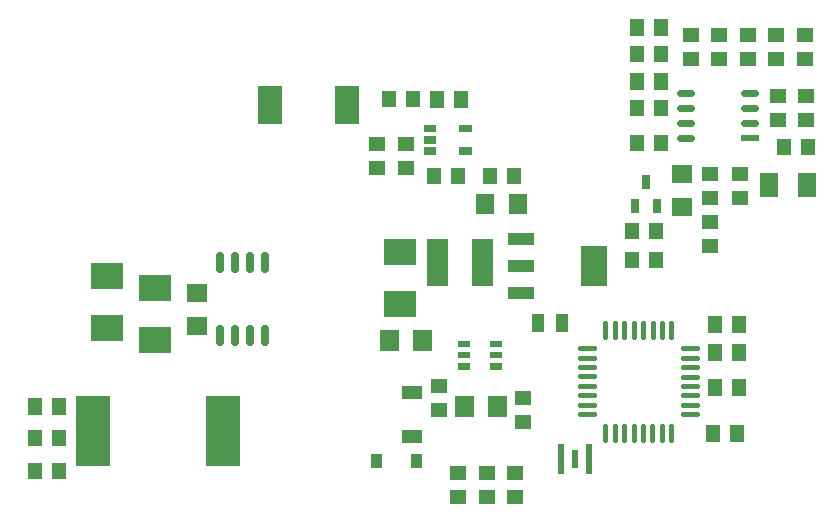
<source format=gtp>
G04 Layer: TopPasteMaskLayer*
G04 EasyEDA v6.4.25, 2021-09-30T02:14:20--7:00*
G04 e4d4b5d2720f487c87a9f93e3858acc5,1c607ed5ed934db7a0414c4b005609ca,10*
G04 Gerber Generator version 0.2*
G04 Scale: 100 percent, Rotated: No, Reflected: No *
G04 Dimensions in inches *
G04 leading zeros omitted , absolute positions ,3 integer and 6 decimal *
%FSLAX36Y36*%
%MOIN*%

%ADD18C,0.0240*%
%ADD34C,0.0177*%
%ADD35C,0.0276*%
%ADD38R,0.0457X0.0571*%
%ADD39R,0.1080X0.0850*%
%ADD40R,0.1181X0.2362*%
%ADD41R,0.0276X0.0492*%
%ADD43R,0.0630X0.0709*%
%ADD45R,0.0571X0.0457*%
%ADD46R,0.0630X0.0787*%
%ADD47R,0.0850X0.0430*%
%ADD48R,0.0850X0.1380*%
%ADD54R,0.0709X0.0630*%
%ADD55R,0.0197X0.0984*%
%ADD56R,0.0197X0.0630*%
%ADD57R,0.0610X0.0240*%

%LPD*%
D34*
X2035000Y-1088877D02*
G01*
X2035000Y-1136122D01*
X2066499Y-1088877D02*
G01*
X2066499Y-1136122D01*
X2098000Y-1088877D02*
G01*
X2098000Y-1136122D01*
X2129499Y-1088877D02*
G01*
X2129499Y-1136122D01*
X2160900Y-1088877D02*
G01*
X2160900Y-1136122D01*
X2192399Y-1088877D02*
G01*
X2192399Y-1136122D01*
X2223900Y-1088877D02*
G01*
X2223900Y-1136122D01*
X2255399Y-1088877D02*
G01*
X2255399Y-1136122D01*
X2293378Y-1174499D02*
G01*
X2340622Y-1174499D01*
X2293378Y-1205999D02*
G01*
X2340622Y-1205999D01*
X2293378Y-1237500D02*
G01*
X2340622Y-1237500D01*
X2293378Y-1269000D02*
G01*
X2340622Y-1269000D01*
X2293378Y-1300399D02*
G01*
X2340622Y-1300399D01*
X2293378Y-1331900D02*
G01*
X2340622Y-1331900D01*
X2293378Y-1363400D02*
G01*
X2340622Y-1363400D01*
X2293378Y-1394899D02*
G01*
X2340622Y-1394899D01*
X2255000Y-1433877D02*
G01*
X2255000Y-1481122D01*
X2223500Y-1433877D02*
G01*
X2223500Y-1481122D01*
X2191999Y-1433877D02*
G01*
X2191999Y-1481122D01*
X2160500Y-1433877D02*
G01*
X2160500Y-1481122D01*
X2129099Y-1433877D02*
G01*
X2129099Y-1481122D01*
X2097600Y-1433877D02*
G01*
X2097600Y-1481122D01*
X2066099Y-1433877D02*
G01*
X2066099Y-1481122D01*
X2034600Y-1433877D02*
G01*
X2034600Y-1481122D01*
X1949377Y-1394499D02*
G01*
X1996621Y-1394499D01*
X1949377Y-1363000D02*
G01*
X1996621Y-1363000D01*
X1949377Y-1331500D02*
G01*
X1996621Y-1331500D01*
X1949377Y-1300000D02*
G01*
X1996621Y-1300000D01*
X1949377Y-1268600D02*
G01*
X1996621Y-1268600D01*
X1949377Y-1237100D02*
G01*
X1996621Y-1237100D01*
X1949377Y-1205599D02*
G01*
X1996621Y-1205599D01*
X1949377Y-1174099D02*
G01*
X1996621Y-1174099D01*
D35*
X900000Y-909654D02*
G01*
X900000Y-866347D01*
X850000Y-909654D02*
G01*
X850000Y-866347D01*
X800000Y-909654D02*
G01*
X800000Y-866347D01*
X750000Y-909654D02*
G01*
X750000Y-866347D01*
X900000Y-1153654D02*
G01*
X900000Y-1110345D01*
X850000Y-1153654D02*
G01*
X850000Y-1110345D01*
X800000Y-1153654D02*
G01*
X800000Y-1110345D01*
X750000Y-1153654D02*
G01*
X750000Y-1110345D01*
D18*
X2322200Y-325000D02*
G01*
X2285200Y-325000D01*
X2322200Y-375000D02*
G01*
X2285200Y-375000D01*
X2322200Y-425000D02*
G01*
X2285200Y-425000D01*
X2322200Y-475000D02*
G01*
X2285200Y-475000D01*
X2534799Y-325000D02*
G01*
X2497799Y-325000D01*
X2534799Y-375000D02*
G01*
X2497799Y-375000D01*
X2534799Y-425000D02*
G01*
X2497799Y-425000D01*
D38*
G01*
X215010Y-1585010D03*
G01*
X135010Y-1585010D03*
D39*
G01*
X375000Y-933000D03*
G01*
X375000Y-1106999D03*
D40*
G01*
X761540Y-1450000D03*
G01*
X328460Y-1450000D03*
D38*
G01*
X2220000Y-490000D03*
G01*
X2140000Y-490000D03*
D41*
G01*
X2132600Y-699369D03*
G01*
X2207399Y-699369D03*
G01*
X2170000Y-620630D03*
G36*
X1387929Y-1527361D02*
G01*
X1425330Y-1527361D01*
X1425330Y-1572638D01*
X1387929Y-1572638D01*
G37*
G36*
X1254668Y-1527361D02*
G01*
X1292071Y-1527361D01*
X1292071Y-1572638D01*
X1254668Y-1572638D01*
G37*
G36*
X1283499Y-1114549D02*
G01*
X1346500Y-1114549D01*
X1346500Y-1185450D01*
X1283499Y-1185450D01*
G37*
G36*
X1393500Y-1114549D02*
G01*
X1456499Y-1114549D01*
X1456499Y-1185450D01*
X1393500Y-1185450D01*
G37*
G36*
X1423500Y-1445999D02*
G01*
X1423500Y-1490000D01*
X1356500Y-1490000D01*
X1356500Y-1445999D01*
G37*
G36*
X1423500Y-1300000D02*
G01*
X1423500Y-1344000D01*
X1356500Y-1344000D01*
X1356500Y-1300000D01*
G37*
D45*
G01*
X2605010Y-210010D03*
G01*
X2605010Y-130010D03*
D38*
G01*
X1730000Y-600000D03*
G01*
X1650000Y-600000D03*
D46*
G01*
X2707990Y-630000D03*
G01*
X2582010Y-630000D03*
D45*
G01*
X2705000Y-415000D03*
G01*
X2705000Y-335000D03*
G01*
X2610000Y-335000D03*
G01*
X2610000Y-415000D03*
G01*
X2385000Y-675000D03*
G01*
X2385000Y-595000D03*
G01*
X2385000Y-755000D03*
G01*
X2385000Y-835000D03*
G01*
X1735000Y-1590000D03*
G01*
X1735000Y-1670000D03*
G01*
X1545000Y-1590000D03*
G01*
X1545000Y-1670000D03*
G01*
X1640000Y-1590000D03*
G01*
X1640000Y-1670000D03*
G01*
X2700000Y-210000D03*
G01*
X2700000Y-130000D03*
G36*
X2117165Y-76457D02*
G01*
X2162834Y-76457D01*
X2162834Y-133542D01*
X2117165Y-133542D01*
G37*
G36*
X2197165Y-76457D02*
G01*
X2242834Y-76457D01*
X2242834Y-133542D01*
X2197165Y-133542D01*
G37*
D38*
G01*
X2220000Y-195000D03*
G01*
X2140000Y-195000D03*
G01*
X2220000Y-375000D03*
G01*
X2140000Y-375000D03*
D45*
G01*
X2510000Y-210000D03*
G01*
X2510000Y-130000D03*
D38*
G01*
X1395010Y-345010D03*
G01*
X1315010Y-345010D03*
G36*
X1452174Y-316466D02*
G01*
X1497844Y-316466D01*
X1497844Y-373553D01*
X1452174Y-373553D01*
G37*
G36*
X1532174Y-316466D02*
G01*
X1577844Y-316466D01*
X1577844Y-373553D01*
X1532174Y-373553D01*
G37*
G36*
X2117165Y-256457D02*
G01*
X2162834Y-256457D01*
X2162834Y-313542D01*
X2117165Y-313542D01*
G37*
G36*
X2197165Y-256457D02*
G01*
X2242834Y-256457D01*
X2242834Y-313542D01*
X2197165Y-313542D01*
G37*
D45*
G01*
X1480010Y-1300010D03*
G01*
X1480010Y-1380010D03*
D38*
G01*
X215010Y-1475010D03*
G01*
X135010Y-1475010D03*
D45*
G01*
X2415000Y-130000D03*
G01*
X2415000Y-210000D03*
G36*
X112175Y-1341466D02*
G01*
X157845Y-1341466D01*
X157845Y-1398553D01*
X112175Y-1398553D01*
G37*
G36*
X192175Y-1341466D02*
G01*
X237845Y-1341466D01*
X237845Y-1398553D01*
X192175Y-1398553D01*
G37*
D47*
G01*
X1753000Y-809499D03*
G01*
X1753000Y-900500D03*
G01*
X1753000Y-990500D03*
D48*
G01*
X1996999Y-900500D03*
G36*
X1133649Y-301999D02*
G01*
X1212350Y-301999D01*
X1212350Y-428000D01*
X1133649Y-428000D01*
G37*
G36*
X877649Y-301999D02*
G01*
X956350Y-301999D01*
X956350Y-428000D01*
X877649Y-428000D01*
G37*
G36*
X2377165Y-1066457D02*
G01*
X2422834Y-1066457D01*
X2422834Y-1123542D01*
X2377165Y-1123542D01*
G37*
G36*
X2457165Y-1066457D02*
G01*
X2502834Y-1066457D01*
X2502834Y-1123542D01*
X2457165Y-1123542D01*
G37*
D45*
G01*
X1275000Y-495000D03*
G01*
X1275000Y-575000D03*
G01*
X1370000Y-495000D03*
G01*
X1370000Y-575000D03*
G36*
X2377165Y-1161457D02*
G01*
X2422834Y-1161457D01*
X2422834Y-1218542D01*
X2377165Y-1218542D01*
G37*
G36*
X2457165Y-1161457D02*
G01*
X2502834Y-1161457D01*
X2502834Y-1218542D01*
X2457165Y-1218542D01*
G37*
G36*
X2372165Y-1431457D02*
G01*
X2417834Y-1431457D01*
X2417834Y-1488542D01*
X2372165Y-1488542D01*
G37*
G36*
X2452165Y-1431457D02*
G01*
X2497834Y-1431457D01*
X2497834Y-1488542D01*
X2452165Y-1488542D01*
G37*
G36*
X2377165Y-1276457D02*
G01*
X2422834Y-1276457D01*
X2422834Y-1333542D01*
X2377165Y-1333542D01*
G37*
G36*
X2457165Y-1276457D02*
G01*
X2502834Y-1276457D01*
X2502834Y-1333542D01*
X2457165Y-1333542D01*
G37*
G36*
X1790945Y-1059488D02*
G01*
X1830315Y-1059488D01*
X1830315Y-1120511D01*
X1790945Y-1120511D01*
G37*
G36*
X1869684Y-1059488D02*
G01*
X1909054Y-1059488D01*
X1909054Y-1120511D01*
X1869684Y-1120511D01*
G37*
D43*
G01*
X1745000Y-695000D03*
G01*
X1635000Y-695000D03*
D38*
G01*
X2710000Y-505000D03*
G01*
X2630000Y-505000D03*
G01*
X2205000Y-880000D03*
G01*
X2125000Y-880000D03*
G36*
X1544014Y-1149372D02*
G01*
X1583384Y-1149372D01*
X1583384Y-1171027D01*
X1544014Y-1171027D01*
G37*
G36*
X1543999Y-1186799D02*
G01*
X1583400Y-1186799D01*
X1583400Y-1208400D01*
X1543999Y-1208400D01*
G37*
G36*
X1543999Y-1224200D02*
G01*
X1583400Y-1224200D01*
X1583400Y-1245799D01*
X1543999Y-1245799D01*
G37*
G36*
X1650299Y-1224200D02*
G01*
X1689700Y-1224200D01*
X1689700Y-1245799D01*
X1650299Y-1245799D01*
G37*
G36*
X1650299Y-1149400D02*
G01*
X1689700Y-1149400D01*
X1689700Y-1170999D01*
X1650299Y-1170999D01*
G37*
G36*
X1650299Y-1186799D02*
G01*
X1689700Y-1186799D01*
X1689700Y-1208400D01*
X1650299Y-1208400D01*
G37*
D39*
G01*
X1350000Y-853000D03*
G01*
X1350000Y-1026999D03*
G36*
X1533504Y-1334549D02*
G01*
X1596495Y-1334549D01*
X1596495Y-1405450D01*
X1533504Y-1405450D01*
G37*
G36*
X1643500Y-1334549D02*
G01*
X1706499Y-1334549D01*
X1706499Y-1405450D01*
X1643500Y-1405450D01*
G37*
G36*
X1440200Y-811260D02*
G01*
X1510200Y-811260D01*
X1510200Y-968739D01*
X1440200Y-968739D01*
G37*
G36*
X1589799Y-811260D02*
G01*
X1659799Y-811260D01*
X1659799Y-968739D01*
X1589799Y-968739D01*
G37*
D54*
G01*
X675000Y-1100000D03*
G01*
X675000Y-990000D03*
D39*
G01*
X535000Y-973000D03*
G01*
X535000Y-1146999D03*
D55*
G01*
X1982200Y-1545000D03*
D56*
G01*
X1935000Y-1545000D03*
D55*
G01*
X1887799Y-1545000D03*
D45*
G01*
X2320000Y-210000D03*
G01*
X2320000Y-130000D03*
D57*
G01*
X2516300Y-475000D03*
D54*
G01*
X2290000Y-595000D03*
G01*
X2290000Y-705000D03*
D45*
G01*
X1760010Y-1340010D03*
G01*
X1760010Y-1420010D03*
D38*
G01*
X1545000Y-600000D03*
G01*
X1465000Y-600000D03*
G01*
X2205000Y-785000D03*
G01*
X2125000Y-785000D03*
G36*
X1430045Y-429800D02*
G01*
X1471845Y-429800D01*
X1471845Y-455399D01*
X1430045Y-455399D01*
G37*
G36*
X1430045Y-467199D02*
G01*
X1471845Y-467199D01*
X1471845Y-492800D01*
X1430045Y-492800D01*
G37*
G36*
X1430045Y-504600D02*
G01*
X1471845Y-504600D01*
X1471845Y-530199D01*
X1430045Y-530199D01*
G37*
G36*
X1548145Y-504600D02*
G01*
X1589944Y-504600D01*
X1589944Y-530199D01*
X1548145Y-530199D01*
G37*
G36*
X1548145Y-429800D02*
G01*
X1589944Y-429800D01*
X1589944Y-455399D01*
X1548145Y-455399D01*
G37*
D45*
G01*
X2485000Y-595000D03*
G01*
X2485000Y-675000D03*
M02*

</source>
